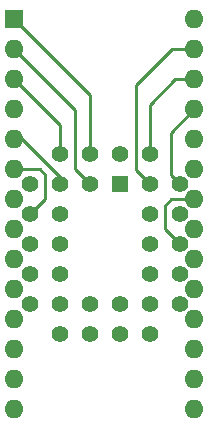
<source format=gbr>
%TF.GenerationSoftware,KiCad,Pcbnew,5.1.12-84ad8e8a86~92~ubuntu18.04.1*%
%TF.CreationDate,2023-08-16T23:14:37+02:00*%
%TF.ProjectId,EPROM-27512-GLS27SF512-v2,4550524f-4d2d-4323-9735-31322d474c53,r1*%
%TF.SameCoordinates,Original*%
%TF.FileFunction,Copper,L2,Bot*%
%TF.FilePolarity,Positive*%
%FSLAX46Y46*%
G04 Gerber Fmt 4.6, Leading zero omitted, Abs format (unit mm)*
G04 Created by KiCad (PCBNEW 5.1.12-84ad8e8a86~92~ubuntu18.04.1) date 2023-08-16 23:14:37*
%MOMM*%
%LPD*%
G01*
G04 APERTURE LIST*
%TA.AperFunction,ComponentPad*%
%ADD10C,1.422400*%
%TD*%
%TA.AperFunction,ComponentPad*%
%ADD11R,1.422400X1.422400*%
%TD*%
%TA.AperFunction,ComponentPad*%
%ADD12R,1.600000X1.600000*%
%TD*%
%TA.AperFunction,ComponentPad*%
%ADD13O,1.600000X1.600000*%
%TD*%
%TA.AperFunction,Conductor*%
%ADD14C,0.250000*%
%TD*%
G04 APERTURE END LIST*
D10*
%TO.P,U102,29*%
%TO.N,/a8*%
X100940000Y-83690000D03*
%TO.P,U102,27*%
%TO.N,/a11*%
X100940000Y-86230000D03*
%TO.P,U102,25*%
%TO.N,/_oe*%
X100940000Y-88770000D03*
%TO.P,U102,23*%
%TO.N,/_ce*%
X100940000Y-91310000D03*
%TO.P,U102,28*%
%TO.N,/a9*%
X98400000Y-86230000D03*
%TO.P,U102,26*%
%TO.N,Net-(U102-Pad26)*%
X98400000Y-88770000D03*
%TO.P,U102,24*%
%TO.N,/a10*%
X98400000Y-91310000D03*
%TO.P,U102,22*%
%TO.N,/d7*%
X98400000Y-93850000D03*
%TO.P,U102,20*%
%TO.N,/d5*%
X98400000Y-96390000D03*
%TO.P,U102,18*%
%TO.N,/d3*%
X95860000Y-96390000D03*
%TO.P,U102,16*%
%TO.N,GND*%
X93320000Y-96390000D03*
%TO.P,U102,14*%
%TO.N,/d1*%
X90780000Y-96390000D03*
%TO.P,U102,21*%
%TO.N,/d6*%
X100940000Y-93850000D03*
%TO.P,U102,19*%
%TO.N,/d4*%
X95860000Y-93850000D03*
%TO.P,U102,17*%
%TO.N,Net-(U102-Pad17)*%
X93320000Y-93850000D03*
%TO.P,U102,15*%
%TO.N,/d2*%
X90780000Y-93850000D03*
%TO.P,U102,13*%
%TO.N,/d0*%
X88240000Y-93850000D03*
%TO.P,U102,11*%
%TO.N,/a0*%
X88240000Y-91310000D03*
%TO.P,U102,9*%
%TO.N,/a2*%
X88240000Y-88770000D03*
%TO.P,U102,7*%
%TO.N,/a4*%
X88240000Y-86230000D03*
%TO.P,U102,5*%
%TO.N,/a6*%
X88240000Y-83690000D03*
%TO.P,U102,12*%
%TO.N,Net-(U102-Pad12)*%
X90780000Y-91310000D03*
%TO.P,U102,10*%
%TO.N,/a1*%
X90780000Y-88770000D03*
%TO.P,U102,8*%
%TO.N,/a3*%
X90780000Y-86230000D03*
%TO.P,U102,6*%
%TO.N,/a5*%
X90780000Y-83690000D03*
%TO.P,U102,30*%
%TO.N,/a13*%
X98400000Y-81150000D03*
%TO.P,U102,32*%
%TO.N,+5V*%
X95860000Y-81150000D03*
%TO.P,U102,4*%
%TO.N,/a7*%
X90780000Y-81150000D03*
%TO.P,U102,2*%
%TO.N,/a15*%
X93320000Y-81150000D03*
%TO.P,U102,31*%
%TO.N,/a14*%
X98400000Y-83690000D03*
%TO.P,U102,3*%
%TO.N,/a12*%
X93320000Y-83690000D03*
D11*
%TO.P,U102,1*%
%TO.N,Net-(U102-Pad1)*%
X95860000Y-83690000D03*
%TD*%
D12*
%TO.P,U101,1*%
%TO.N,/a15*%
X86952401Y-69723201D03*
D13*
%TO.P,U101,15*%
%TO.N,/d3*%
X102192401Y-102743201D03*
%TO.P,U101,2*%
%TO.N,/a12*%
X86952401Y-72263201D03*
%TO.P,U101,16*%
%TO.N,/d4*%
X102192401Y-100203201D03*
%TO.P,U101,3*%
%TO.N,/a7*%
X86952401Y-74803201D03*
%TO.P,U101,17*%
%TO.N,/d5*%
X102192401Y-97663201D03*
%TO.P,U101,4*%
%TO.N,/a6*%
X86952401Y-77343201D03*
%TO.P,U101,18*%
%TO.N,/d6*%
X102192401Y-95123201D03*
%TO.P,U101,5*%
%TO.N,/a5*%
X86952401Y-79883201D03*
%TO.P,U101,19*%
%TO.N,/d7*%
X102192401Y-92583201D03*
%TO.P,U101,6*%
%TO.N,/a4*%
X86952401Y-82423201D03*
%TO.P,U101,20*%
%TO.N,/_ce*%
X102192401Y-90043201D03*
%TO.P,U101,7*%
%TO.N,/a3*%
X86952401Y-84963201D03*
%TO.P,U101,21*%
%TO.N,/a10*%
X102192401Y-87503201D03*
%TO.P,U101,8*%
%TO.N,/a2*%
X86952401Y-87503201D03*
%TO.P,U101,22*%
%TO.N,/_oe*%
X102192401Y-84963201D03*
%TO.P,U101,9*%
%TO.N,/a1*%
X86952401Y-90043201D03*
%TO.P,U101,23*%
%TO.N,/a11*%
X102192401Y-82423201D03*
%TO.P,U101,10*%
%TO.N,/a0*%
X86952401Y-92583201D03*
%TO.P,U101,24*%
%TO.N,/a9*%
X102192401Y-79883201D03*
%TO.P,U101,11*%
%TO.N,/d0*%
X86952401Y-95123201D03*
%TO.P,U101,25*%
%TO.N,/a8*%
X102192401Y-77343201D03*
%TO.P,U101,12*%
%TO.N,/d1*%
X86952401Y-97663201D03*
%TO.P,U101,26*%
%TO.N,/a13*%
X102192401Y-74803201D03*
%TO.P,U101,13*%
%TO.N,/d2*%
X86952401Y-100203201D03*
%TO.P,U101,27*%
%TO.N,/a14*%
X102192401Y-72263201D03*
%TO.P,U101,14*%
%TO.N,GND*%
X86952401Y-102743201D03*
%TO.P,U101,28*%
%TO.N,+5V*%
X102192401Y-69723201D03*
%TD*%
D14*
%TO.N,/a15*%
X93320000Y-76090800D02*
X93320000Y-81150000D01*
X86952401Y-69723201D02*
X93320000Y-76090800D01*
%TO.N,/a12*%
X86952401Y-72263201D02*
X92050000Y-77360800D01*
X92050000Y-82420000D02*
X93320000Y-83690000D01*
X92050000Y-77360800D02*
X92050000Y-82420000D01*
%TO.N,/a7*%
X90780000Y-78630800D02*
X90780000Y-81150000D01*
X86952401Y-74803201D02*
X90780000Y-78630800D01*
%TO.N,/a5*%
X90780000Y-83690000D02*
X90780000Y-83090000D01*
X87573201Y-79883201D02*
X86952401Y-79883201D01*
X90780000Y-83090000D02*
X87573201Y-79883201D01*
%TO.N,/a4*%
X86952401Y-82423201D02*
X89083201Y-82423201D01*
X89083201Y-82423201D02*
X89560000Y-82900000D01*
X89560000Y-84910000D02*
X88240000Y-86230000D01*
X89560000Y-82900000D02*
X89560000Y-84910000D01*
%TO.N,/_oe*%
X102192401Y-84963201D02*
X100216799Y-84963201D01*
X100216799Y-84963201D02*
X99680000Y-85500000D01*
X99680000Y-87510000D02*
X100940000Y-88770000D01*
X99680000Y-85500000D02*
X99680000Y-87510000D01*
%TO.N,/a8*%
X100940000Y-83690000D02*
X100180000Y-82930000D01*
X100180000Y-79355602D02*
X100180000Y-81600000D01*
X102192401Y-77343201D02*
X100180000Y-79355602D01*
X100180000Y-82930000D02*
X100180000Y-81600000D01*
X100180000Y-81600000D02*
X100180000Y-81140000D01*
%TO.N,/a13*%
X98400000Y-81150000D02*
X98400000Y-76970000D01*
X100566799Y-74803201D02*
X102192401Y-74803201D01*
X98400000Y-76970000D02*
X100566799Y-74803201D01*
%TO.N,/a14*%
X102192401Y-72263201D02*
X100256799Y-72263201D01*
X100256799Y-72263201D02*
X97210000Y-75310000D01*
X97210000Y-82500000D02*
X98400000Y-83690000D01*
X97210000Y-75310000D02*
X97210000Y-82500000D01*
%TD*%
M02*

</source>
